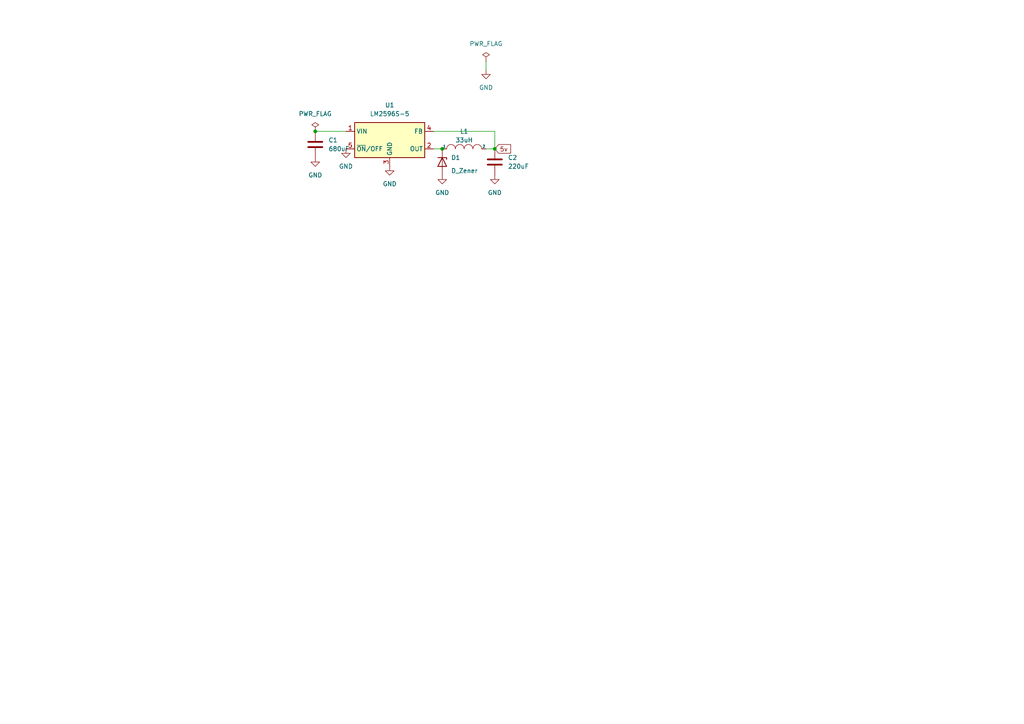
<source format=kicad_sch>
(kicad_sch (version 20211123) (generator eeschema)
  (paper "A4")
  (title_block (title "LM2596"))
  (lib_symbols
    (symbol "Device:C" (pin_numbers hide) (pin_names (offset 0.254))
      (property "Reference" "C" (at 0.635 2.54 0))
      (property "Value" "C" (at 0.635 -2.54 0))
      (symbol "C_0_1"
        (polyline (pts (xy -2.032 -0.762) (xy 2.032 -0.762)) (stroke (width 0.508)))
        (polyline (pts (xy -2.032 0.762) (xy 2.032 0.762)) (stroke (width 0.508)))
      )
      (symbol "C_1_1"
        (pin passive line (at 0 3.81 270) (length 2.794) (name "~") (number "1"))
        (pin passive line (at 0 -3.81 90) (length 2.794) (name "~") (number "2"))
      )
    )
    (symbol "Device:D_Zener" (pin_numbers hide) (pin_names (offset 1.016) hide)
      (property "Reference" "D" (at 0 2.54 0))
      (property "Value" "D_Zener" (at 0 -2.54 0))
      (symbol "D_Zener_0_1"
        (polyline (pts (xy 1.27 0) (xy -1.27 0)))
        (polyline (pts (xy -1.27 -1.27) (xy -1.27 1.27) (xy -0.762 1.27)) (stroke (width 0.254)))
        (polyline (pts (xy 1.27 -1.27) (xy 1.27 1.27) (xy -1.27 0) (xy 1.27 -1.27)) (stroke (width 0.254)))
      )
      (symbol "D_Zener_1_1"
        (pin passive line (at -3.81 0 0) (length 2.54) (name "K") (number "1"))
        (pin passive line (at 3.81 0 180) (length 2.54) (name "A") (number "2"))
      )
    )
    (symbol "Regulator_Switching:LM2596S-5"
      (property "Reference" "U" (at -10.16 6.35 0))
      (property "Value" "LM2596S-5" (at 0 6.35 0))
      (symbol "LM2596S-5_0_1"
        (rectangle (start -10.16 5.08) (end 10.16 -5.08) (stroke (width 0.254)) (fill (type background)))
      )
      (symbol "LM2596S-5_1_1"
        (pin power_in line (at -12.7 2.54 0) (length 2.54) (name "VIN") (number "1"))
        (pin output line (at 12.7 -2.54 180) (length 2.54) (name "OUT") (number "2"))
        (pin power_in line (at 0 -7.62 90) (length 2.54) (name "GND") (number "3"))
        (pin input line (at 12.7 2.54 180) (length 2.54) (name "FB") (number "4"))
        (pin input line (at -12.7 -2.54 0) (length 2.54) (name "~{ON}/OFF") (number "5"))
      )
    )
    (symbol "power:GND" (power) (pin_names (offset 0))
      (property "Value" "GND" (at 0 -3.81 0))
      (symbol "GND_0_1"
        (polyline (pts (xy 0 0) (xy 0 -1.27) (xy 1.27 -1.27) (xy 0 -2.54) (xy -1.27 -1.27) (xy 0 -1.27)))
      )
      (symbol "GND_1_1"
        (pin power_in line (at 0 0 270) (length 0) hide (name "GND") (number "1"))
      )
    )
    (symbol "power:PWR_FLAG" (power) (pin_numbers hide) (pin_names (offset 0) hide)
      (property "Value" "PWR_FLAG" (at 0 3.81 0))
      (symbol "PWR_FLAG_0_0"
        (pin power_out line (at 0 0 90) (length 0) (name "pwr") (number "1"))
      )
      (symbol "PWR_FLAG_0_1"
        (polyline (pts (xy 0 0) (xy 0 1.27) (xy -1.016 1.905) (xy 0 2.54) (xy 1.016 1.905) (xy 0 1.27)))
      )
    )
    (symbol "pspice:INDUCTOR" (pin_numbers hide) (pin_names (offset 0))
      (property "Reference" "L" (at 0 2.54 0))
      (property "Value" "INDUCTOR" (at 0 -1.27 0))
      (symbol "INDUCTOR_0_1"
        (arc (start -2.54 0) (mid -3.81 1.27) (end -5.08 0))
        (arc (start 0 0) (mid -1.27 1.27) (end -2.54 0))
        (arc (start 2.54 0) (mid 1.27 1.27) (end 0 0))
        (arc (start 5.08 0) (mid 3.81 1.27) (end 2.54 0))
      )
      (symbol "INDUCTOR_1_1"
        (pin input line (at -6.35 0 0) (length 1.27) (name "1") (number "1"))
        (pin input line (at 6.35 0 180) (length 1.27) (name "2") (number "2"))
      )
    )
  )
  (junction (at 91.44 38.1))
  (junction (at 143.51 43.18))
  (junction (at 128.27 43.18))
  (wire (pts (xy 143.51 38.1) (xy 143.51 43.18)))
  (wire (pts (xy 140.97 43.18) (xy 143.51 43.18)))
  (wire (pts (xy 140.97 17.78) (xy 140.97 20.32)))
  (wire (pts (xy 125.73 38.1) (xy 143.51 38.1)))
  (wire (pts (xy 91.44 38.1) (xy 100.33 38.1)))
  (wire (pts (xy 125.73 43.18) (xy 128.27 43.18)))
  (global_label "5v" (shape input) (at 143.51 43.18 0) (property "Intersheet References" "${INTERSHEET_REFS}" (effects hide)))
  (symbol (lib_id "Device:D_Zener") (at 128.27 46.99 270) (unit 1)
    (property "Reference" "D1" (at 130.81 45.7199 90) (effects (justify left)))
    (property "Value" "D_Zener" (at 130.81 49.53 90) (effects (justify left)))
    (property "Footprint" "Diode_SMD:D_0201_0603Metric" (effects hide))
  )
  (symbol (lib_id "power:GND") (at 128.27 50.8 0) (unit 1)
    (property "Reference" "#PWR04" (effects hide))
    (property "Value" "GND" (at 128.27 55.88 0))
  )
  (symbol (lib_id "Device:C") (at 91.44 41.91 180) (unit 1)
    (property "Reference" "C1" (at 95.25 40.6399 0) (effects (justify right)))
    (property "Value" "680uF" (at 95.25 43.1799 0) (effects (justify right)))
    (property "Footprint" "Capacitor_SMD:CP_Elec_3x5.3" (effects hide))
  )
  (symbol (lib_id "Regulator_Switching:LM2596S-5") (at 113.03 40.64 0) (unit 1)
    (property "Reference" "U1" (at 113.03 30.48 0))
    (property "Value" "LM2596S-5" (at 113.03 33.02 0))
    (property "Footprint" "Package_TO_SOT_SMD:TO-263-5_TabPin3" (effects hide))
    (property "Datasheet" "http://www.ti.com/lit/ds/symlink/lm2596.pdf" (effects hide))
  )
  (symbol (lib_id "power:GND") (at 113.03 48.26 0) (unit 1)
    (property "Reference" "#PWR03" (effects hide))
    (property "Value" "GND" (at 113.03 53.34 0))
  )
  (symbol (lib_id "power:GND") (at 143.51 50.8 0) (unit 1)
    (property "Reference" "#PWR05" (effects hide))
    (property "Value" "GND" (at 143.51 55.88 0))
  )
  (symbol (lib_id "power:PWR_FLAG") (at 140.97 17.78 0) (unit 1)
    (property "Reference" "#FLG0101" (effects hide))
    (property "Value" "PWR_FLAG" (at 140.97 12.7 0))
  )
  (symbol (lib_id "power:GND") (at 140.97 20.32 0) (unit 1)
    (property "Reference" "#PWR0101" (effects hide))
    (property "Value" "GND" (at 140.97 25.4 0))
  )
  (symbol (lib_id "power:GND") (at 100.33 43.18 0) (unit 1)
    (property "Reference" "#PWR02" (effects hide))
    (property "Value" "GND" (at 100.33 48.26 0))
  )
  (symbol (lib_id "Device:C") (at 143.51 46.99 0) (unit 1)
    (property "Reference" "C2" (at 147.32 45.7199 0) (effects (justify left)))
    (property "Value" "220uF" (at 147.32 48.2599 0) (effects (justify left)))
    (property "Footprint" "Capacitor_SMD:CP_Elec_3x5.3" (effects hide))
  )
  (symbol (lib_id "pspice:INDUCTOR") (at 134.62 43.18 0) (unit 1)
    (property "Reference" "L1" (at 134.62 38.1 0))
    (property "Value" "33uH" (at 134.62 40.64 0))
    (property "Footprint" "Inductor_SMD:L_6.3x6.3_H3" (effects hide))
  )
  (symbol (lib_id "power:PWR_FLAG") (at 91.44 38.1 0) (unit 1)
    (property "Reference" "#FLG01" (effects hide))
    (property "Value" "PWR_FLAG" (at 91.44 33.02 0))
  )
  (symbol (lib_id "power:GND") (at 91.44 45.72 0) (unit 1)
    (property "Reference" "#PWR01" (effects hide))
    (property "Value" "GND" (at 91.44 50.8 0))
  )
)
</source>
